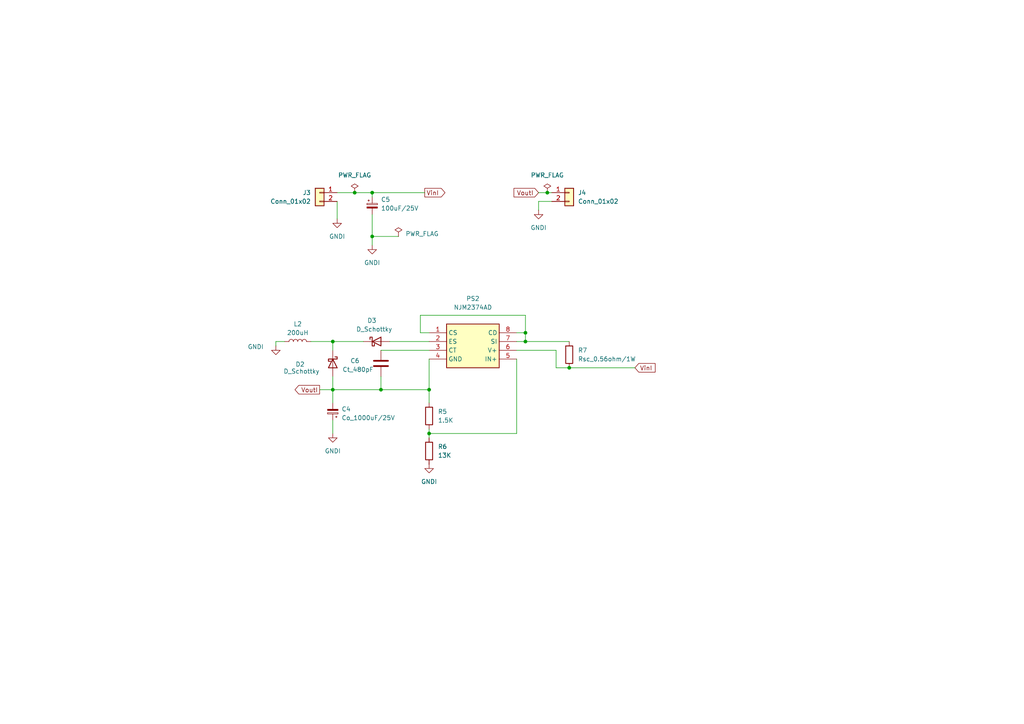
<source format=kicad_sch>
(kicad_sch (version 20231120) (generator "eeschema") (generator_version "8.0")
  (paper "A4")
  (lib_symbols
    (symbol "Connector_Generic:Conn_01x02" (pin_names (offset 1.016) hide)
      (property "Reference" "J" (at 0 2.54 0))
      (property "Value" "Conn_01x02" (at 0 -5.08 0))
      (symbol "Conn_01x02_1_1"
        (rectangle (start -1.27 -2.413) (end 0 -2.667) (stroke (width 0.1524)))
        (rectangle (start -1.27 0.127) (end 0 -0.127) (stroke (width 0.1524)))
        (rectangle (start -1.27 1.27) (end 1.27 -3.81) (stroke (width 0.254)) (fill (type background)))
        (pin passive line (at -5.08 0 0) (length 3.81) (name "Pin_1") (number "1"))
        (pin passive line (at -5.08 -2.54 0) (length 3.81) (name "Pin_2") (number "2"))
      )
    )
    (symbol "Device:C" (pin_numbers hide) (pin_names (offset 0.254))
      (property "Reference" "C" (at 0.635 2.54 0))
      (property "Value" "C" (at 0.635 -2.54 0))
      (symbol "C_0_1"
        (polyline (pts (xy -2.032 -0.762) (xy 2.032 -0.762)) (stroke (width 0.508)))
        (polyline (pts (xy -2.032 0.762) (xy 2.032 0.762)) (stroke (width 0.508)))
      )
      (symbol "C_1_1"
        (pin passive line (at 0 3.81 270) (length 2.794) (name "~") (number "1"))
        (pin passive line (at 0 -3.81 90) (length 2.794) (name "~") (number "2"))
      )
    )
    (symbol "Device:C_Polarized_Small" (pin_numbers hide) (pin_names (offset 0.254) hide)
      (property "Reference" "C" (at 0.254 1.778 0))
      (property "Value" "C_Polarized_Small" (at 0.254 -2.032 0))
      (symbol "C_Polarized_Small_0_1"
        (rectangle (start -1.524 -0.3048) (end 1.524 -0.6858) (fill (type outline)))
        (rectangle (start -1.524 0.6858) (end 1.524 0.3048))
        (polyline (pts (xy -1.27 1.524) (xy -0.762 1.524)))
        (polyline (pts (xy -1.016 1.27) (xy -1.016 1.778)))
      )
      (symbol "C_Polarized_Small_1_1"
        (pin passive line (at 0 2.54 270) (length 1.8542) (name "~") (number "1"))
        (pin passive line (at 0 -2.54 90) (length 1.8542) (name "~") (number "2"))
      )
    )
    (symbol "Device:D_Schottky" (pin_numbers hide) (pin_names (offset 1.016) hide)
      (property "Reference" "D" (at 0 2.54 0))
      (property "Value" "D_Schottky" (at 0 -2.54 0))
      (symbol "D_Schottky_0_1"
        (polyline (pts (xy 1.27 0) (xy -1.27 0)))
        (polyline (pts (xy 1.27 1.27) (xy 1.27 -1.27) (xy -1.27 0) (xy 1.27 1.27)) (stroke (width 0.254)))
        (polyline (pts (xy -1.905 0.635) (xy -1.905 1.27) (xy -1.27 1.27) (xy -1.27 -1.27) (xy -0.635 -1.27) (xy -0.635 -0.635)) (stroke (width 0.254)))
      )
      (symbol "D_Schottky_1_1"
        (pin passive line (at -3.81 0 0) (length 2.54) (name "K") (number "1"))
        (pin passive line (at 3.81 0 180) (length 2.54) (name "A") (number "2"))
      )
    )
    (symbol "Device:L" (pin_numbers hide) (pin_names (offset 1.016) hide)
      (property "Reference" "L" (at -1.27 0 90))
      (property "Value" "L" (at 1.905 0 90))
      (symbol "L_0_1"
        (arc (start 0 -2.54) (mid 0.6323 -1.905) (end 0 -1.27))
        (arc (start 0 -1.27) (mid 0.6323 -0.635) (end 0 0))
        (arc (start 0 0) (mid 0.6323 0.635) (end 0 1.27))
        (arc (start 0 1.27) (mid 0.6323 1.905) (end 0 2.54))
      )
      (symbol "L_1_1"
        (pin passive line (at 0 3.81 270) (length 1.27) (name "1") (number "1"))
        (pin passive line (at 0 -3.81 90) (length 1.27) (name "2") (number "2"))
      )
    )
    (symbol "Device:R" (pin_numbers hide) (pin_names (offset 0))
      (property "Reference" "R" (at 2.032 0 90))
      (property "Value" "R" (at 0 0 90))
      (symbol "R_0_1"
        (rectangle (start -1.016 -2.54) (end 1.016 2.54) (stroke (width 0.254)))
      )
      (symbol "R_1_1"
        (pin passive line (at 0 3.81 270) (length 1.27) (name "~") (number "1"))
        (pin passive line (at 0 -3.81 90) (length 1.27) (name "~") (number "2"))
      )
    )
    (symbol "SamacSys_Parts:NJM2374AD"
      (property "Reference" "PS" (at 21.59 7.62 0))
      (property "Value" "NJM2374AD" (at 21.59 5.08 0))
      (symbol "NJM2374AD_1_1"
        (rectangle (start 5.08 2.54) (end 20.32 -10.16) (stroke (width 0.254)) (fill (type background)))
        (pin passive line (at 0 0 0) (length 5.08) (name "CS") (number "1"))
        (pin passive line (at 0 -2.54 0) (length 5.08) (name "ES") (number "2"))
        (pin passive line (at 0 -5.08 0) (length 5.08) (name "CT") (number "3"))
        (pin power_in line (at 0 -7.62 0) (length 5.08) (name "GND") (number "4"))
        (pin passive line (at 25.4 -7.62 180) (length 5.08) (name "IN+") (number "5"))
        (pin power_in line (at 25.4 -5.08 180) (length 5.08) (name "V+") (number "6"))
        (pin passive line (at 25.4 -2.54 180) (length 5.08) (name "SI") (number "7"))
        (pin passive line (at 25.4 0 180) (length 5.08) (name "CD") (number "8"))
      )
    )
    (symbol "power:GND" (power) (pin_numbers hide) (pin_names (offset 0) hide)
      (property "Value" "GND" (at 0 -3.81 0))
      (symbol "GND_0_1"
        (polyline (pts (xy 0 0) (xy 0 -1.27) (xy 1.27 -1.27) (xy 0 -2.54) (xy -1.27 -1.27) (xy 0 -1.27)))
      )
      (symbol "GND_1_1"
        (pin power_in line (at 0 0 270) (length 0) (name "~") (number "1"))
      )
    )
    (symbol "power:PWR_FLAG" (power) (pin_numbers hide) (pin_names (offset 0) hide)
      (property "Value" "PWR_FLAG" (at 0 3.81 0))
      (symbol "PWR_FLAG_0_0"
        (pin power_out line (at 0 0 90) (length 0) (name "~") (number "1"))
      )
      (symbol "PWR_FLAG_0_1"
        (polyline (pts (xy 0 0) (xy 0 1.27) (xy -1.016 1.905) (xy 0 2.54) (xy 1.016 1.905) (xy 0 1.27)))
      )
    )
  )
  (junction (at 96.52 99.06))
  (junction (at 124.46 125.73))
  (junction (at 152.4 99.06))
  (junction (at 107.95 68.58))
  (junction (at 102.87 55.88))
  (junction (at 96.52 113.03))
  (junction (at 158.75 55.88))
  (junction (at 152.4 96.52))
  (junction (at 110.49 113.03))
  (junction (at 124.46 113.03))
  (junction (at 107.95 55.88))
  (junction (at 165.1 106.68))
  (wire (pts (xy 107.95 57.15) (xy 107.95 55.88)))
  (wire (pts (xy 96.52 99.06) (xy 105.41 99.06)))
  (wire (pts (xy 124.46 125.73) (xy 149.86 125.73)))
  (wire (pts (xy 96.52 113.03) (xy 110.49 113.03)))
  (wire (pts (xy 110.49 113.03) (xy 124.46 113.03)))
  (wire (pts (xy 96.52 113.03) (xy 96.52 116.84)))
  (wire (pts (xy 80.01 99.06) (xy 80.01 100.33)))
  (wire (pts (xy 96.52 121.92) (xy 96.52 125.73)))
  (wire (pts (xy 90.17 99.06) (xy 96.52 99.06)))
  (wire (pts (xy 80.01 99.06) (xy 82.55 99.06)))
  (wire (pts (xy 152.4 99.06) (xy 152.4 96.52)))
  (wire (pts (xy 110.49 101.6) (xy 124.46 101.6)))
  (wire (pts (xy 97.79 58.42) (xy 97.79 63.5)))
  (wire (pts (xy 161.29 106.68) (xy 165.1 106.68)))
  (wire (pts (xy 96.52 99.06) (xy 96.52 101.6)))
  (wire (pts (xy 152.4 99.06) (xy 165.1 99.06)))
  (wire (pts (xy 165.1 106.68) (xy 184.15 106.68)))
  (wire (pts (xy 97.79 55.88) (xy 102.87 55.88)))
  (wire (pts (xy 156.21 55.88) (xy 158.75 55.88)))
  (wire (pts (xy 152.4 91.44) (xy 152.4 96.52)))
  (wire (pts (xy 149.86 125.73) (xy 149.86 104.14)))
  (wire (pts (xy 107.95 55.88) (xy 123.19 55.88)))
  (wire (pts (xy 149.86 101.6) (xy 161.29 101.6)))
  (wire (pts (xy 124.46 125.73) (xy 124.46 127)))
  (wire (pts (xy 160.02 58.42) (xy 156.21 58.42)))
  (wire (pts (xy 121.92 96.52) (xy 121.92 91.44)))
  (wire (pts (xy 92.71 113.03) (xy 96.52 113.03)))
  (wire (pts (xy 156.21 58.42) (xy 156.21 60.96)))
  (wire (pts (xy 110.49 109.22) (xy 110.49 113.03)))
  (wire (pts (xy 124.46 96.52) (xy 121.92 96.52)))
  (wire (pts (xy 121.92 91.44) (xy 152.4 91.44)))
  (wire (pts (xy 107.95 62.23) (xy 107.95 68.58)))
  (wire (pts (xy 152.4 96.52) (xy 149.86 96.52)))
  (wire (pts (xy 161.29 101.6) (xy 161.29 106.68)))
  (wire (pts (xy 124.46 113.03) (xy 124.46 116.84)))
  (wire (pts (xy 102.87 55.88) (xy 107.95 55.88)))
  (wire (pts (xy 96.52 109.22) (xy 96.52 113.03)))
  (wire (pts (xy 107.95 68.58) (xy 107.95 71.12)))
  (wire (pts (xy 149.86 99.06) (xy 152.4 99.06)))
  (wire (pts (xy 107.95 68.58) (xy 115.57 68.58)))
  (wire (pts (xy 113.03 99.06) (xy 124.46 99.06)))
  (wire (pts (xy 124.46 104.14) (xy 124.46 113.03)))
  (wire (pts (xy 158.75 55.88) (xy 160.02 55.88)))
  (wire (pts (xy 124.46 124.46) (xy 124.46 125.73)))
  (global_label "VoutI" (shape input) (at 156.21 55.88 180) (property "Intersheetrefs" "${INTERSHEET_REFS}" (effects (hide yes))))
  (global_label "VinI" (shape output) (at 123.19 55.88 0) (property "Intersheetrefs" "${INTERSHEET_REFS}" (effects (hide yes))))
  (global_label "VoutI" (shape output) (at 92.71 113.03 180) (property "Intersheetrefs" "${INTERSHEET_REFS}" (effects (hide yes))))
  (global_label "VinI" (shape input) (at 184.15 106.68 0) (property "Intersheetrefs" "${INTERSHEET_REFS}" (effects (hide yes))))
  (symbol (lib_id "Device:R") (at 124.46 130.81 0) (unit 1)
    (property "Reference" "R6" (at 127 129.5399 0) (effects (justify left)))
    (property "Value" "13K" (at 127 132.0799 0) (effects (justify left)))
    (property "Footprint" "Resistor_THT:R_Axial_DIN0207_L6.3mm_D2.5mm_P10.16mm_Horizontal" (effects (hide yes)))
    (property "Description" "Resistor" (effects (hide yes)))
  )
  (symbol (lib_id "Device:R") (at 165.1 102.87 0) (unit 1)
    (property "Reference" "R7" (at 167.64 101.5999 0) (effects (justify left)))
    (property "Value" "Rsc_0.56ohm/1W" (at 167.64 104.1399 0) (effects (justify left)))
    (property "Footprint" "Resistor_THT:R_Axial_DIN0309_L9.0mm_D3.2mm_P12.70mm_Horizontal" (effects (hide yes)))
    (property "Description" "Resistor" (effects (hide yes)))
  )
  (symbol (lib_id "power:PWR_FLAG") (at 158.75 55.88 0) (unit 1)
    (property "Reference" "#FLG06" (effects (hide yes)))
    (property "Value" "PWR_FLAG" (at 158.75 50.8 0))
    (property "Description" "Special symbol for telling ERC where power comes from" (effects (hide yes)))
  )
  (symbol (lib_id "power:PWR_FLAG") (at 102.87 55.88 0) (unit 1)
    (property "Reference" "#FLG04" (effects (hide yes)))
    (property "Value" "PWR_FLAG" (at 102.87 50.8 0))
    (property "Description" "Special symbol for telling ERC where power comes from" (effects (hide yes)))
  )
  (symbol (lib_id "Connector_Generic:Conn_01x02") (at 92.71 55.88 0) (mirror y) (unit 1)
    (property "Reference" "J3" (at 90.17 55.8799 0) (effects (justify left)))
    (property "Value" "Conn_01x02" (at 90.17 58.4199 0) (effects (justify left)))
    (property "Footprint" "Connector_PinHeader_2.54mm:PinHeader_1x02_P2.54mm_Vertical" (effects (hide yes)))
    (property "Description" "Generic connector, single row, 01x02, script generated (kicad-library-utils/schlib/autogen/connector/)" (effects (hide yes)))
  )
  (symbol (lib_id "Device:C_Polarized_Small") (at 96.52 119.38 180) (unit 1)
    (property "Reference" "C4" (at 99.06 118.656 0) (effects (justify right)))
    (property "Value" "Co_1000uF/25V" (at 99.06 121.196 0) (effects (justify right)))
    (property "Footprint" "Capacitor_THT:CP_Radial_D5.0mm_P2.50mm" (effects (hide yes)))
    (property "Description" "Polarized capacitor, small symbol" (effects (hide yes)))
  )
  (symbol (lib_id "Device:C_Polarized_Small") (at 107.95 59.69 0) (unit 1)
    (property "Reference" "C5" (at 110.49 57.8738 0) (effects (justify left)))
    (property "Value" "100uF/25V" (at 110.49 60.4138 0) (effects (justify left)))
    (property "Footprint" "Capacitor_THT:CP_Radial_D5.0mm_P2.50mm" (effects (hide yes)))
    (property "Description" "Polarized capacitor, small symbol" (effects (hide yes)))
  )
  (symbol (lib_id "SamacSys_Parts:NJM2374AD") (at 124.46 96.52 0) (unit 1)
    (property "Reference" "PS2" (at 137.16 86.614 0))
    (property "Value" "NJM2374AD" (at 137.16 89.154 0))
    (property "Footprint" "DIP762W56P254L880H425Q8N" (effects (hide yes)))
    (property "Datasheet" "https://componentsearchengine.com/Datasheets/1/NJM2374AD.pdf" (effects (hide yes)))
    (property "Description" "Switching Voltage Regulators PWM DC/DC" (effects (hide yes)))
    (property "Height" "4.25" (effects (hide yes)))
    (property "Manufacturer_Name" "New Japan Radio" (effects (hide yes)))
    (property "Manufacturer_Part_Number" "NJM2374AD" (effects (hide yes)))
    (property "Mouser Part Number" "513-NJM2374AD" (effects (hide yes)))
    (property "Mouser Price/Stock" "https://www.mouser.com/Search/Refine.aspx?Keyword=513-NJM2374AD" (effects (hide yes)))
  )
  (symbol (lib_id "power:GND") (at 124.46 134.62 0) (unit 1)
    (property "Reference" "#PWR013" (effects (hide yes)))
    (property "Value" "GNDI" (at 124.46 139.7 0))
    (property "Description" "Power symbol creates a global label with name \"GND\" , ground" (effects (hide yes)))
  )
  (symbol (lib_id "Device:C") (at 110.49 105.41 180) (unit 1)
    (property "Reference" "C6" (at 101.6 104.648 0) (effects (justify right)))
    (property "Value" "Ct_480pF" (at 99.314 107.188 0) (effects (justify right)))
    (property "Footprint" "Capacitor_THT:C_Disc_D7.5mm_W2.5mm_P5.00mm" (effects (hide yes)))
    (property "Description" "Unpolarized capacitor" (effects (hide yes)))
  )
  (symbol (lib_id "power:GND") (at 97.79 63.5 0) (unit 1)
    (property "Reference" "#PWR011" (effects (hide yes)))
    (property "Value" "GNDI" (at 97.79 68.58 0))
    (property "Description" "Power symbol creates a global label with name \"GND\" , ground" (effects (hide yes)))
  )
  (symbol (lib_id "power:GND") (at 156.21 60.96 0) (unit 1)
    (property "Reference" "#PWR014" (effects (hide yes)))
    (property "Value" "GNDI" (at 156.21 66.04 0))
    (property "Description" "Power symbol creates a global label with name \"GND\" , ground" (effects (hide yes)))
  )
  (symbol (lib_id "Connector_Generic:Conn_01x02") (at 165.1 55.88 0) (unit 1)
    (property "Reference" "J4" (at 167.64 55.8799 0) (effects (justify left)))
    (property "Value" "Conn_01x02" (at 167.64 58.4199 0) (effects (justify left)))
    (property "Footprint" "Connector_PinHeader_2.54mm:PinHeader_1x02_P2.54mm_Vertical" (effects (hide yes)))
    (property "Description" "Generic connector, single row, 01x02, script generated (kicad-library-utils/schlib/autogen/connector/)" (effects (hide yes)))
  )
  (symbol (lib_id "Device:R") (at 124.46 120.65 0) (unit 1)
    (property "Reference" "R5" (at 127 119.3799 0) (effects (justify left)))
    (property "Value" "1.5K" (at 127 121.9199 0) (effects (justify left)))
    (property "Footprint" "Resistor_THT:R_Axial_DIN0207_L6.3mm_D2.5mm_P10.16mm_Horizontal" (effects (hide yes)))
    (property "Description" "Resistor" (effects (hide yes)))
  )
  (symbol (lib_id "Device:D_Schottky") (at 109.22 99.06 0) (unit 1)
    (property "Reference" "D3" (at 109.22 92.964 0) (effects (justify right)))
    (property "Value" "D_Schottky" (at 113.792 95.504 0) (effects (justify right)))
    (property "Footprint" "Diode_THT:D_DO-41_SOD81_P7.62mm_Horizontal" (effects (hide yes)))
    (property "Description" "Schottky diode" (effects (hide yes)))
  )
  (symbol (lib_id "Device:L") (at 86.36 99.06 90) (unit 1)
    (property "Reference" "L2" (at 86.36 93.98 90))
    (property "Value" "200uH" (at 86.36 96.52 90))
    (property "Footprint" "Inductor_THT:L_Radial_D9.5mm_P5.00mm_Fastron_07HVP" (effects (hide yes)))
    (property "Description" "Inductor" (effects (hide yes)))
  )
  (symbol (lib_id "power:PWR_FLAG") (at 115.57 68.58 0) (unit 1)
    (property "Reference" "#FLG05" (effects (hide yes)))
    (property "Value" "PWR_FLAG" (at 122.428 67.818 0))
    (property "Description" "Special symbol for telling ERC where power comes from" (effects (hide yes)))
  )
  (symbol (lib_id "power:GND") (at 80.01 100.33 0) (unit 1)
    (property "Reference" "#PWR09" (effects (hide yes)))
    (property "Value" "GNDI" (at 74.168 100.584 0))
    (property "Description" "Power symbol creates a global label with name \"GND\" , ground" (effects (hide yes)))
  )
  (symbol (lib_id "power:GND") (at 107.95 71.12 0) (unit 1)
    (property "Reference" "#PWR012" (effects (hide yes)))
    (property "Value" "GNDI" (at 107.95 76.2 0))
    (property "Description" "Power symbol creates a global label with name \"GND\" , ground" (effects (hide yes)))
  )
  (symbol (lib_id "Device:D_Schottky") (at 96.52 105.41 270) (unit 1)
    (property "Reference" "D2" (at 88.392 105.664 90) (effects (justify right)))
    (property "Value" "D_Schottky" (at 92.71 107.696 90) (effects (justify right)))
    (property "Footprint" "Diode_THT:D_DO-41_SOD81_P7.62mm_Horizontal" (effects (hide yes)))
    (property "Description" "Schottky diode" (effects (hide yes)))
  )
  (symbol (lib_id "power:GND") (at 96.52 125.73 0) (unit 1)
    (property "Reference" "#PWR010" (effects (hide yes)))
    (property "Value" "GNDI" (at 96.52 130.81 0))
    (property "Description" "Power symbol creates a global label with name \"GND\" , ground" (effects (hide yes)))
  )
)
</source>
